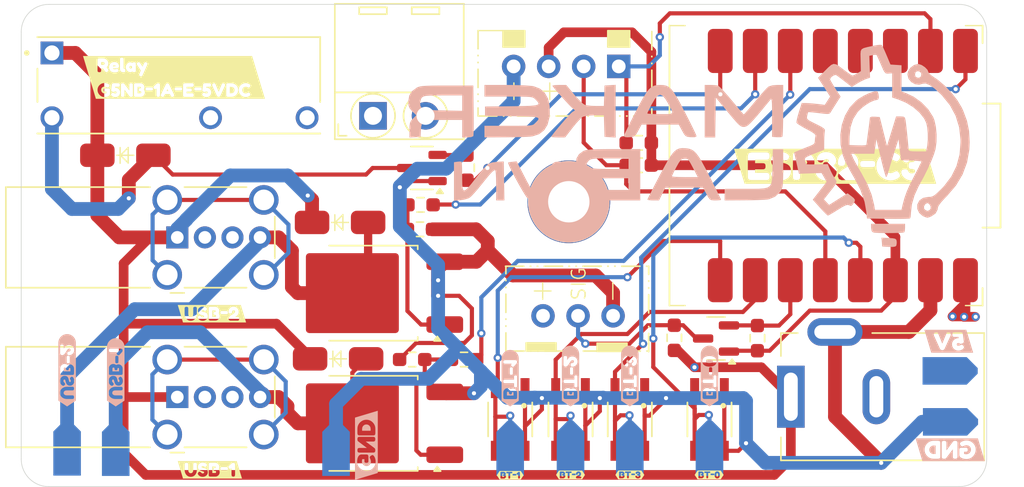
<source format=kicad_pcb>
(kicad_pcb (version 20240108) (generator "pcbnew") (generator_version "8.0")
  (layers (0 "F.Cu" signal) (31 "B.Cu" signal) (34 "B.Paste" user) (35 "F.Paste" user) (36 "B.SilkS" user "B.Silkscreen") (37 "F.SilkS" user "F.Silkscreen") (38 "B.Mask" user) (39 "F.Mask" user) (44 "Edge.Cuts" user))
  (net 0 "")
  (net 3 "GND")
  (net 4 "GPIO_10")
  (net 5 "GPIO_4")
  (net 6 "GPIO_21")
  (net 7 "GPIO_1")
  (net 8 "GPIO_0")
  (net 9 "GPIO_2")
  (net 10 "GPIO_20")
  (net 13 "Net-(D1-A)")
  (net 14 "Net-(D2-A)")
  (net 15 "Net-(D3-A)")
  (net 18 "GPIO_7")
  (net 19 "Net-(Q1-G)")
  (net 20 "Net-(Q2-G)")
  (net 21 "Net-(Q4-B)")
  (net 22 "3v3_Esp")
  (net 23 "Net-(J4-5V)")
  (net 24 "5v_power")
  (net 25 "Net-(SEAN_Mtiny_Terminal_3.81-Pin_2)")
  (net 26 "Net-(SEAN_Mtiny_Terminal_3.81-Pin_1)")
  (net 27 "GPIO_6-SCL")
  (net 29 "GPIO_3_SDA")
  (net 30 "GPIO_5")
  (net 31 "unconnected-(J1-Shield-Pad5)")
  (net 32 "unconnected-(J2-Shield-Pad5)")
  (footprint "Resistor_SMD:R_0603_1608Metric_Pad0.98x0.95mm_HandSolder" (layer "F.Cu") (at 166.375 104.225 90)
    (property "Reference" "R6" (hide yes))
    (property "Value" "10K")
  )
  (footprint "Resistor_SMD:R_0603_1608Metric_Pad0.98x0.95mm_HandSolder" (layer "F.Cu") (at 141.3455 105.775 180)
    (property "Reference" "R2" (hide yes))
    (property "Value" "10K" (hide yes))
  )
  (footprint "kibuzzard-66915DA6" (layer "F.Cu") (at 162.875 114.15)
    (property "Reference" "kibuzzard-66915DA6" (hide yes))
    (property "Value" "G***" (hide yes))
  )
  (footprint "Resistor_SMD:R_0603_1608Metric_Pad0.98x0.95mm_HandSolder" (layer "F.Cu") (at 141.9125 96.325)
    (property "Reference" "R1" (hide yes))
    (property "Value" "10K" (hide yes))
  )
  (footprint "SEAN_Relay:SEAN_RELAY_HF46F" (layer "F.Cu") (at 124.425 85.875)
    (property "Reference" "K1" (hide yes))
    (property "Value" "SEAN_Relay_G5NB" (hide yes))
  )
  (footprint "SEAN_Mtiny:SEAN_Mtiny_Terminal_3.81" (layer "F.Cu") (at 138.5044 88.0889)
    (property "Reference" "SEAN_Mtiny_Terminal_3.81" (hide yes))
    (property "Value" "SEAN_Mtiny_Terminal_3.81")
  )
  (footprint "SEAN_Device_sym:SEAN_Diode_1N4007" (layer "F.Cu") (at 135.975 105.725)
    (property "Reference" "D2" (hide yes))
    (property "Value" "SEAN_D")
  )
  (footprint "kibuzzard-66915CF0" (layer "F.Cu") (at 172.01 91.75)
    (property "Reference" "kibuzzard-66915CF0" (hide yes))
    (property "Value" "G***" (hide yes))
  )
  (footprint "kibuzzard-66915D9C" (layer "F.Cu") (at 152.825 114.15)
    (property "Reference" "kibuzzard-66915D9C" (hide yes))
    (property "Value" "G***" (hide yes))
  )
  (footprint "SEAN_Device_sym:SEAN_Diode_1N4007" (layer "F.Cu") (at 136.118 95.825)
    (property "Reference" "D1" (hide yes))
    (property "Value" "SEAN_D")
  )
  (footprint "SEAN_connect:SEAN_Neopixel" (layer "F.Cu") (at 148.2917 102.604 90)
    (property "Reference" "J4" (hide yes))
    (property "Value" "SEAN_Neopixel")
  )
  (footprint "SEAN_MountingHole:SEAN_MountingHole_3mm_isolated" (layer "F.Cu") (at 152.7 94.325)
    (property "Reference" "Hold_keep1" (hide yes))
    (property "Value" "MountingHole")
  )
  (footprint "kibuzzard-66915D2B" (layer "F.Cu") (at 126.825 102.45)
    (property "Reference" "kibuzzard-66915D2B" (hide yes))
    (property "Value" "G***" (hide yes))
  )
  (footprint "SEAN_Device_sym:SEAN_Button_4.2x3.3_SMD_V1" (layer "F.Cu") (at 148.45 110.125 -90)
    (property "Reference" "S1" (hide yes))
    (property "Value" "SEAN_Button_4.2x3.3_SMD_V1" (hide yes))
  )
  (footprint "SEAN_connect:SEAN_USB_A_90" (layer "F.Cu") (at 124.315 96.9125)
    (property "Reference" "J1" (hide yes))
    (property "Value" "SEAN_USB_A_90" (hide yes))
  )
  (footprint "SEAN_Mtiny:SEAN_Mtiny_I2C" (layer "F.Cu") (at 156.32 84.5015 -90)
    (property "Reference" "J5" (hide yes))
    (property "Value" "SEAN_MTINY_I2C")
  )
  (footprint "Package_TO_SOT_SMD:SOT-23-3" (layer "F.Cu") (at 142.05 91.875 180)
    (property "Reference" "Q4" (hide yes))
    (property "Value" "S8050")
  )
  (footprint "Resistor_SMD:R_0603_1608Metric_Pad0.98x0.95mm_HandSolder" (layer "F.Cu") (at 160.35 104.2 -90)
    (property "Reference" "R9" (hide yes))
    (property "Value" "10K")
  )
  (footprint "Connector_BarrelJack:BarrelJack_Kycon_KLDX-0202-xC_Horizontal" (layer "F.Cu") (at 168.8 108.475 180)
    (property "Reference" "J6" (hide yes))
    (property "Value" "Barrel_Jack_Switch_Pin3Ring")
  )
  (footprint "Resistor_SMD:R_0603_1608Metric_Pad0.98x0.95mm_HandSolder" (layer "F.Cu") (at 157.775 90.05)
    (property "Reference" "R11" (hide yes))
    (property "Value" "10K")
  )
  (footprint "SEAN_connect:SEAN_USB_A_90" (layer "F.Cu") (at 124.315 108.5)
    (property "Reference" "J2" (hide yes))
    (property "Value" "SEAN_USB_A_90" (hide yes))
  )
  (footprint "SEAN_MOSFET:SEAN_MOSFET_AOD4184" (layer "F.Cu") (at 138.438 110.4075)
    (property "Reference" "Q2" (hide yes))
    (property "Value" "SEAN_MOSFET_AOD4184" (hide yes))
  )
  (footprint "SEAN_Device_sym:SEAN_Diode_1N4007" (layer "F.Cu") (at 120.55 90.95)
    (property "Reference" "D3" (hide yes))
    (property "Value" "SEAN_D")
  )
  (footprint "kibuzzard-66915D1B" (layer "F.Cu") (at 126.675501 113.775)
    (property "Reference" "kibuzzard-66915D1B" (hide yes))
    (property "Value" "G***" (hide yes))
  )
  (footprint "SEAN_Device_sym:SEAN_Button_4.2x3.3_SMD_V1" (layer "F.Cu") (at 157.125 110.125 -90)
    (property "Reference" "S3" (hide yes))
    (property "Value" "SEAN_Button_4.2x3.3_SMD_V1" (hide yes))
  )
  (footprint "SEAN_ESP:SEAN_ESP32-C3_SUPERMINI" (layer "F.Cu") (at 172.57 91.7 -90)
    (property "Reference" "U1" (hide yes))
    (property "Value" "MODULE_ESP32-C3_SUPERMINI" (hide yes))
  )
  (footprint "Resistor_SMD:R_0603_1608Metric_Pad0.98x0.95mm_HandSolder" (layer "F.Cu") (at 141.95 94.55)
    (property "Reference" "R4" (hide yes))
    (property "Value" "100")
  )
  (footprint "kibuzzard-66915D7C" (layer "F.Cu") (at 148.45 114.175)
    (property "Reference" "kibuzzard-66915D7C" (hide yes))
    (property "Value" "G***" (hide yes))
  )
  (footprint "SEAN_Device_sym:SEAN_Button_4.2x3.3_SMD_V1" (layer "F.Cu") (at 162.9 110.125 -90)
    (property "Reference" "S4" (hide yes))
    (property "Value" "SEAN_Button_4.2x3.3_SMD_V1" (hide yes))
  )
  (footprint "SEAN_MOSFET:SEAN_MOSFET_AOD4184" (layer "F.Cu") (at 138.438 100.9575)
    (property "Reference" "Q1" (hide yes))
    (property "Value" "SEAN_MOSFET_AOD4184" (hide yes))
  )
  (footprint "kibuzzard-66915CB6" (layer "F.Cu") (at 124.075 85.3)
    (property "Reference" "kibuzzard-66915CB6" (hide yes))
    (property "Value" "G***" (hide yes))
  )
  (footprint "SEAN_MOSFET:SEAN_MOSFET_bss138" (layer "F.Cu") (at 163.375 104.25 180)
    (property "Reference" "Q5" (hide yes))
    (property "Value" "SEAN_MOSFET_bss138")
  )
  (footprint "Resistor_SMD:R_0603_1608Metric_Pad0.98x0.95mm_HandSolder" (layer "F.Cu") (at 157.775 91.675)
    (property "Reference" "R7" (hide yes))
    (property "Value" "10K")
  )
  (footprint "SEAN_Device_sym:SEAN_Button_4.2x3.3_SMD_V1" (layer "F.Cu") (at 152.825 110.125 -90)
    (property "Reference" "S2" (hide yes))
    (property "Value" "SEAN_Button_4.2x3.3_SMD_V1" (hide yes))
  )
  (footprint "Resistor_SMD:R_0603_1608Metric_Pad0.98x0.95mm_HandSolder" (layer "F.Cu") (at 145.1055 105.775)
    (property "Reference" "R5" (hide yes))
    (property "Value" "100")
  )
  (footprint "kibuzzard-66915DA1" (layer "F.Cu") (at 157.125 114.15)
    (property "Reference" "kibuzzard-66915DA1" (hide yes))
    (property "Value" "G***" (hide yes))
  )
  (footprint "Resistor_SMD:R_0603_1608Metric_Pad0.98x0.95mm_HandSolder" (layer "F.Cu") (at 145.325 91.85 90)
    (property "Reference" "R3" (hide yes))
    (property "Value" "4.7K" (hide yes))
  )
  (footprint "kibuzzard-66915B77" (layer "B.Cu") (at 180.25 104.45 180)
    (property "Reference" "kibuzzard-66915B77" (hide yes))
    (property "Value" "G***" (hide yes))
  )
  (footprint "SEAN_connect:SEAN_Hand_Solderring" (layer "B.Cu") (at 180.35 106.6 180)
    (property "Reference" "U5" (hide yes))
    (property "Value" "~" (hide yes))
  )
  (footprint "SEAN_connect:SEAN_Hand_Solderring" (layer "B.Cu") (at 157.125 112.225 -90)
    (property "Reference" "U4" (hide yes))
    (property "Value" "~" (hide yes))
  )
  (footprint "kibuzzard-66915B67" (layer "B.Cu") (at 138.025 112 90)
    (property "Reference" "kibuzzard-66915B67" (hide yes))
    (property "Value" "G***" (hide yes))
  )
  (footprint "SEAN_connect:SEAN_Hand_Solderring" (layer "B.Cu") (at 162.9 112.225 -90)
    (property "Reference" "U2" (hide yes))
    (property "Value" "~")
  )
  (footprint "SEAN_connect:SEAN_Hand_Solderring" (layer "B.Cu") (at 148.45 112.225 -90)
    (property "Reference" "U6" (hide yes))
    (property "Value" "~" (hide yes))
  )
  (footprint "SEAN_connect:SEAN_Hand_Solderring" (layer "B.Cu") (at 119.85 112.225 -90)
    (property "Reference" "U9" (hide yes))
    (property "Value" "~" (hide yes))
  )
  (footprint "kibuzzard-66915B67" (layer "B.Cu") (at 180.35 112.325 180)
    (property "Reference" "kibuzzard-66915B67" (hide yes))
    (property "Value" "G***" (hide yes))
  )
  (footprint "kibuzzard-66915BCA" (layer "B.Cu") (at 119.85 106.70521 90)
    (property "Reference" "kibuzzard-66915BCA" (hide yes))
    (property "Value" "G***" (hide yes))
  )
  (footprint "SEAN_connect:SEAN_Hand_Solderring" (layer "B.Cu") (at 152.825 112.225 -90)
    (property "Reference" "U7" (hide yes))
    (property "Value" "~" (hide yes))
  )
  (footprint "kibuzzard-66915A1E" (layer "B.Cu") (at 148.45 107.130699 90)
    (property "Reference" "kibuzzard-66915A1E" (hide yes))
    (property "Value" "G***" (hide yes))
  )
  (footprint "SEAN_connect:SEAN_Hand_Solderring" (layer "B.Cu") (at 180.375 110.3 180)
    (property "Reference" "U8" (hide yes))
    (property "Value" "~" (hide yes))
  )
  (footprint "SEAN_connect:SEAN_Hand_Solderring" (layer "B.Cu") (at 135.825 112.225 -90)
    (property "Reference" "U3" (hide yes))
    (property "Value" "~")
  )
  (footprint "SEAN_GRAPHICS:Logo_MakerLab.vn" (layer "B.Cu") (at 161.45 90.25 180)
    (property "Reference" "G***" (hide yes))
    (property "Value" "LOGO" (hide yes))
  )
  (footprint "kibuzzard-66915A71" (layer "B.Cu") (at 162.9 106.975 90)
    (property "Reference" "kibuzzard-66915A71" (hide yes))
    (property "Value" "G***" (hide yes))
  )
  (footprint "SEAN_connect:SEAN_Hand_Solderring" (layer "B.Cu") (at 116.325 112.2 -90)
    (property "Reference" "U10" (hide yes))
    (property "Value" "~" (hide yes))
  )
  (footprint "kibuzzard-66915BD3" (layer "B.Cu") (at 116.325 106.555711 90)
    (property "Reference" "kibuzzard-66915BD3" (hide yes))
    (property "Value" "G***" (hide yes))
  )
  (footprint "kibuzzard-66915A63" (layer "B.Cu") (at 152.825 106.975835 90)
    (property "Reference" "kibuzzard-66915A63" (hide yes))
    (property "Value" "G***" (hide yes))
  )
  (footprint "kibuzzard-66915A6A" (layer "B.Cu") (at 157.125 106.975596 90)
    (property "Reference" "kibuzzard-66915A6A" (hide yes))
    (property "Value" "G***" (hide yes))
  )
  (gr_arc (start 183 113) (mid 182.414214 114.414214) (end 181 115) (stroke (width 0.05)) (layer "Edge.Cuts"))
  (gr_arc (start 113 82) (mid 113.585786 80.585786) (end 115 80) (stroke (width 0.05)) (layer "Edge.Cuts"))
  (gr_arc (start 181 80) (mid 182.414214 80.585786) (end 183 82) (stroke (width 0.05)) (layer "Edge.Cuts"))
  (gr_line (start 181 115) (end 115 115) (stroke (width 0.05)) (layer "Edge.Cuts"))
  (gr_arc (start 115 115) (mid 113.585786 114.414214) (end 113 113) (stroke (width 0.05)) (layer "Edge.Cuts"))
  (gr_line (start 183 82) (end 183 113) (stroke (width 0.05)) (layer "Edge.Cuts"))
  (gr_line (start 113 113) (end 113 82) (stroke (width 0.05)) (layer "Edge.Cuts"))
  (gr_line (start 115 80) (end 181 80) (stroke (width 0.05)) (layer "Edge.Cuts"))
  (segment (start 143.1875 92.825) (end 140.9 92.825) (width 0.3) (layer "F.Cu") (net 3))
  (segment (start 142.825 96.325) (end 145.975 96.325) (width 1) (layer "F.Cu") (net 3))
  (segment (start 143.225 99.1605) (end 143.708 98.6775) (width 1) (layer "F.Cu") (net 3))
  (segment (start 145.125 104.575) (end 145.675 104.025) (width 0.3) (layer "F.Cu") (net 3))
  (segment (start 141.633 104.575) (end 145.125 104.575) (width 0.3) (layer "F.Cu") (net 3))
  (segment (start 145.675 102.075) (end 144.75 101.15) (width 0.3) (layer "F.Cu") (net 3))
  (segment (start 140.9 92.825) (end 140.45 93.275) (width 0.3) (layer "F.Cu") (net 3))
  (segment (start 150.75 109.4) (end 150.75 108.6) (width 0.3) (layer "F.Cu") (net 3))
  (segment (start 146.825 97.175) (end 146.825 97.85) (width 1) (layer "F.Cu") (net 3))
  (segment (start 145.9975 98.6775) (end 143.708 98.6775) (width 1) (layer "F.Cu") (net 3))
  (segment (start 177.35 103.775) (end 172 103.775) (width 1) (layer "F.Cu") (net 3))
  (segment (start 153.9 107.85) (end 153.9 110.575) (width 0.3) (layer "F.Cu") (net 3))
  (segment (start 143.225 101.15) (end 143.225 100.025) (width 1) (layer "F.Cu") (net 3))
  (segment (start 163.975 112.4) (end 165 112.4) (width 0.3) (layer "F.Cu") (net 3))
  (segment (start 145.675 104.025) (end 145.675 102.075) (width 0.3) (layer "F.Cu") (net 3))
  (segment (start 172 103.775) (end 172 109.924988) (width 1) (layer "F.Cu") (net 3))
  (segment (start 143.8055 108.225) (end 143.708 108.1275) (width 1) (layer "F.Cu") (net 3))
  (segment (start 165 112.4) (end 165.55 111.85) (width 0.3) (layer "F.Cu") (net 3))
  (segment (start 158.550002 109.85) (end 159.750002 108.65) (width 0.3) (layer "F.Cu") (net 3))
  (segment (start 158.2 109.85) (end 158.550002 109.85) (width 0.3) (layer "F.Cu") (net 3))
  (segment (start 149.525 110.625) (end 150.75 109.4) (width 0.3) (layer "F.Cu") (net 3))
  (segment (start 158.2 107.85) (end 158.2 109.85) (width 0.3) (layer "F.Cu") (net 3))
  (segment (start 154.65 99.675) (end 155.9117 100.9367) (width 1) (layer "F.Cu") (net 3))
  (segment (start 145.975 96.325) (end 146.825 97.175) (width 1) (layer "F.Cu") (net 3))
  (segment (start 148.65 99.675) (end 154.65 99.675) (width 1) (layer "F.Cu") (net 3))
  (segment (start 153.9 110.575) (end 154.95 109.525) (width 0.3) (layer "F.Cu") (net 3))
  (segment (start 153.9 110.575) (end 153.9 112.4) (width 0.3) (layer "F.Cu") (net 3))
  (segment (start 178.92 99.32) (end 178.92 102.205) (width 1) (layer "F.Cu") (net 3))
  (segment (start 146.825 97.85) (end 145.9975 98.6775) (width 1) (layer "F.Cu") (net 3))
  (segment (start 143.225 100.025) (end 143.225 99.1605) (width 1) (layer "F.Cu") (net 3))
  (segment (start 149.525 110.625) (end 149.525 112.4) (width 0.3) (layer "F.Cu") (net 3))
  (segment (start 154.95 109.525) (end 154.95 108.575) (width 0.3) (layer "F.Cu") (net 3))
  (segment (start 178.92 102.205) (end 177.35 103.775) (width 1) (layer "F.Cu") (net 3))
  (segment (start 145.825 108.225) (end 143.8055 108.225) (width 1) (layer "F.Cu") (net 3))
  (segment (start 158.2 109.85) (end 158.2 112.4) (width 0.3) (layer "F.Cu") (net 3))
  (segment (start 155.9117 100.9367) (end 155.9117 102.604) (width 1) (layer "F.Cu") (net 3))
  (segment (start 144.75 101.15) (end 143.225 101.15) (width 0.3) (layer "F.Cu") (net 3))
  (segment (start 146.825 97.85) (end 148.65 99.675) (width 1) (layer "F.Cu") (net 3))
  (segment (start 149.525 107.85) (end 149.525 110.625) (width 0.3) (layer "F.Cu") (net 3))
  (segment (start 140.433 105.775) (end 141.633 104.575) (width 0.3) (layer "F.Cu") (net 3))
  (segment (start 163.975 107.85) (end 163.975 112.4) (width 0.3) (layer "F.Cu") (net 3))
  (segment (start 172 109.924988) (end 175.350012 113.275) (width 1) (layer "F.Cu") (net 3))
  (via (at 159.750002 108.575) (size 0.6) (drill 0.3) (layers "F.Cu" "B.Cu") (net 3))
  (via (at 150.75 108.575) (size 0.6) (drill 0.3) (layers "F.Cu" "B.Cu") (net 3))
  (via (at 165.55 111.85) (size 0.6) (drill 0.3) (layers "F.Cu" "B.Cu") (net 3))
  (via (at 175.350012 113.275) (size 0.6) (drill 0.3) (layers "F.Cu" "B.Cu") (net 3))
  (via (at 143.225 101.15) (size 0.6) (drill 0.3) (layers "F.Cu" "B.Cu") (net 3))
  (via (at 140.45 93.275) (size 0.6) (drill 0.3) (layers "F.Cu" "B.Cu") (net 3))
  (via (at 154.95 108.575) (size 0.6) (drill 0.3) (layers "F.Cu" "B.Cu") (net 3))
  (via (at 143.225 100.025) (size 0.6) (drill 0.3) (layers "F.Cu" "B.Cu") (net 3))
  (via (at 145.825 108.225) (size 0.6) (drill 0.3) (layers "F.Cu" "B.Cu") (net 3))
  (segment (start 137.65 107.175) (end 135.825 109) (width 1) (layer "B.Cu") (net 3))
  (segment (start 165.55 108.775) (end 165.35 108.575) (width 1) (layer "B.Cu") (net 3))
  (segment (start 140.45 96.125) (end 140.45 93.275) (width 1) (layer "B.Cu") (net 3))
  (segment (start 143.8 91.925) (end 141.725 91.925) (width 1) (layer "B.Cu") (net 3))
  (segment (start 155.225 108.575) (end 159.374999 108.575001) (width 1) (layer "B.Cu") (net 3))
  (segment (start 159.374999 108.575001) (end 159.675003 108.575001) (width 0.3) (layer "B.Cu") (net 3))
  (segment (start 150.174998 108.55) (end 150.224999 108.600001) (width 1) (layer "B.Cu") (net 3))
  (segment (start 178.325012 110.3) (end 175.350012 113.275) (width 1) (layer "B.Cu") (net 3))
  (segment (start 148.25 108.55) (end 150.174998 108.55) (width 1) (layer "B.Cu") (net 3))
  (segment (start 143.225 101.15) (end 143.225 98.9) (width 1) (layer "B.Cu") (net 3))
  (segment (start 141.725 91.925) (end 140.45 93.2) (width 1) (layer "B.Cu") (net 3))
  (segment (start 180.375 110.3) (end 178.325012 110.3) (width 1) (layer "B.Cu") (net 3))
  (segment (start 146.327 106.627) (end 146.327 107.723) (width 1) (layer "B.Cu") (net 3))
  (segment (start 143.225 98.9) (end 140.45 96.125) (width 1) (layer "B.Cu") (net 3))
  (segment (start 150.224999 108.600001) (end 150.749999 108.600001) (width 0.3) (layer "B.Cu") (net 3))
  (segment (start 155.225 108.575) (end 155.2 108.55) (width 1) (layer "B.Cu") (net 3))
  (segment (start 146.327 107.723) (end 145.825 108.225) (width 1) (layer "B.Cu") (net 3))
  (segment (start 150.749999 108.600001) (end 150.75 108.6) (width 0.3) (layer "B.Cu") (net 3))
  (segment (start 148.7 87.025) (end 143.8 91.925) (width 1) (layer "B.Cu") (net 3))
  (segment (start 166.975 113.275) (end 175.350012 113.275) (width 1) (layer "B.Cu") (net 3))
  (segment (start 135.825 109) (end 135.825 112.225) (width 1) (layer "B.Cu") (net 3))
  (segment (start 165.55 111.85) (end 165.55 108.775) (width 1) (layer "B.Cu") (net 3))
  (segment (start 140.45 93.2) (end 140.45 93.275) (width 1) (layer "B.Cu") (net 3))
  (segment (start 146.327 106.627) (end 143.225 103.525) (width 1) (layer "B.Cu") (net 3))
  (segment (start 146.327 106.627) (end 148.25 108.55) (width 1) (layer "B.Cu") (net 3))
  (segment (start 165.55 111.85) (end 166.975 113.275) (width 1) (layer "B.Cu") (net 3))
  (segment (start 142.525 107.175) (end 137.65 107.175) (width 1) (layer "B.Cu") (net 3))
  (segment (start 144.7 105) (end 142.525 107.175) (width 1) (layer "B.Cu") (net 3))
  (segment (start 148.7 84.5015) (end 148.7 87.025) (width 1) (layer "B.Cu") (net 3))
  (segment (start 155.2 108.55) (end 150.275 108.55) (width 1) (layer "B.Cu") (net 3))
  (segment (start 150.275 108.55) (end 150.224999 108.600001) (width 1) (layer "B.Cu") (net 3))
  (segment (start 165.35 108.575) (end 159.374999 108.575001) (width 1) (layer "B.Cu") (net 3))
  (segment (start 143.225 103.525) (end 143.225 101.15) (width 1) (layer "B.Cu") (net 3))
  (segment (start 159.675003 108.575001) (end 159.750002 108.65) (width 0.3) (layer "B.Cu") (net 3))
  (segment (start 155.225 108.575) (end 154.95 108.575) (width 0.3) (layer "B.Cu") (net 3))
  (segment (start 146.358332 105.434668) (end 146.358332 103.873148) (width 0.3) (layer "F.Cu") (net 4))
  (segment (start 146.018 105.775) (end 146.358332 105.434668) (width 0.3) (layer "F.Cu") (net 4))
  (segment (start 168.76 84.08) (end 168.76 86.539988) (width 0.3) (layer "F.Cu") (net 4))
  (segment (start 168.76 86.539988) (end 168.749997 86.549991) (width 0.3) (layer "F.Cu") (net 4))
  (via (at 168.749997 86.549991) (size 0.6) (drill 0.3) (layers "F.Cu" "B.Cu") (net 4))
  (via (at 146.358332 103.873148) (size 0.6) (drill 0.3) (layers "F.Cu" "B.Cu") (net 4))
  (segment (start 146.358332 103.873148) (end 146.358332 101.259561) (width 0.3) (layer "B.Cu") (net 4))
  (segment (start 146.358332 101.259561) (end 149.001225 98.616668) (width 0.3) (layer "B.Cu") (net 4))
  (segment (start 156.68332 98.616668) (end 168.749997 86.549991) (width 0.3) (layer "B.Cu") (net 4))
  (segment (start 149.001225 98.616668) (end 156.68332 98.616668) (width 0.3) (layer "B.Cu") (net 4))
  (segment (start 173.55 97.3) (end 173 97.3) (width 0.3) (layer "F.Cu") (net 5))
  (segment (start 158.825 104.25) (end 158.825 106.325) (width 0.3) (layer "F.Cu") (net 5))
  (segment (start 161.825 109.325) (end 161.825 109.75) (width 0.3) (layer "F.Cu") (net 5))
  (segment (start 161.825 110.1) (end 162.125002 109.799998) (width 0.3) (layer "F.Cu") (net 5))
  (segment (start 161.825 109.75) (end 161.825 110.1) (width 0.3) (layer "F.Cu") (net 5))
  (segment (start 173.84 97.59) (end 173.55 97.3) (width 0.3) (layer "F.Cu") (net 5))
  (segment (start 173.84 99.32) (end 173.84 97.59) (width 0.3) (layer "F.Cu") (net 5))
  (segment (start 161.825 110.1) (end 161.825 112.4) (width 0.3) (layer "F.Cu") (net 5))
  (segment (start 162.125002 109.799998) (end 162.85 109.799998) (width 0.3) (layer "F.Cu") (net 5))
  (segment (start 158.825 106.325) (end 161.825 109.325) (width 0.3) (layer "F.Cu") (net 5))
  (segment (start 161.825 107.85) (end 161.825 109.75) (width 0.3) (layer "F.Cu") (net 5))
  (via (at 158.825 104.25) (size 0.6) (drill 0.3) (layers "F.Cu" "B.Cu") (net 5))
  (via (at 173 97.3) (size 0.6) (drill 0.3) (layers "F.Cu" "B.Cu") (net 5))
  (via (at 162.85 109.799998) (size 0.6) (drill 0.3) (layers "F.Cu" "B.Cu") (net 5))
  (segment (start 173 97.3) (end 172.623 96.923) (width 0.3) (layer "B.Cu") (net 5))
  (segment (start 162.9 109.849998) (end 162.85 109.799998) (width 0.3) (layer "B.Cu") (net 5))
  (segment (start 162.9 112.225) (end 162.9 109.849998) (width 0.3) (layer "B.Cu") (net 5))
  (segment (start 172.623 96.923) (end 160.102 96.923) (width 0.3) (layer "B.Cu") (net 5))
  (segment (start 158.825 98.2) (end 158.825 104.25) (width 0.3) (layer "B.Cu") (net 5))
  (segment (start 160.102 96.923) (end 158.825 98.2) (width 0.3) (layer "B.Cu") (net 5))
  (segment (start 163.68 86.355) (end 163.7 86.375) (width 0.3) (layer "F.Cu") (net 6))
  (segment (start 163.68 84.08) (end 163.68 86.355) (width 0.3) (layer "F.Cu") (net 6))
  (segment (start 145.325 92.7625) (end 145.9125 92.7625) (width 0.3) (layer "F.Cu") (net 6))
  (segment (start 145.9125 92.7625) (end 146.8 91.875) (width 0.3) (layer "F.Cu") (net 6))
  (via (at 163.690004 86.525) (size 0.6) (drill 0.3) (layers "F.Cu" "B.Cu") (net 6))
  (via (at 146.8 91.875) (size 0.6) (drill 0.3) (layers "F.Cu" "B.Cu") (net 6))
  (segment (start 152.15 86.525) (end 163.690004 86.525) (width 0.3) (layer "B.Cu") (net 6))
  (segment (start 146.8 91.875) (end 152.15 86.525) (width 0.3) (layer "B.Cu") (net 6))
  (segment (start 166.22 101.43) (end 165.325 102.325) (width 0.3) (layer "F.Cu") (net 7))
  (segment (start 156.95 103.925) (end 153.61005 103.925) (width 0.3) (layer "F.Cu") (net 7))
  (segment (start 152.575 110.1) (end 152.825 109.85) (width 0.3) (layer "F.Cu") (net 7))
  (segment (start 151.75 110.1) (end 152.575 110.1) (width 0.3) (layer "F.Cu") (net 7))
  (segment (start 151.75 105.78505) (end 151.75 107.85) (width 0.3) (layer "F.Cu") (net 7))
  (segment (start 166.22 99.32) (end 166.22 101.43) (width 0.3) (layer "F.Cu") (net 7))
  (segment (start 153.61005 103.925) (end 151.75 105.78505) (width 0.3) (layer "F.Cu") (net 7))
  (segment (start 165.325 102.325) (end 158.55 102.325) (width 0.3) (layer "F.Cu") (net 7))
  (segment (start 158.55 102.325) (end 156.95 103.925) (width 0.3) (layer "F.Cu") (net 7))
  (segment (start 151.75 107.85) (end 151.75 110.1) (width 0.3) (layer "F.Cu") (net 7))
  (segment (start 151.75 110.1) (end 151.75 112.4) (width 0.3) (layer "F.Cu") (net 7))
  (via (at 152.825 109.85) (size 0.6) (drill 0.3) (layers "F.Cu" "B.Cu") (net 7))
  (segment (start 152.825 112.225) (end 152.825 109.85) (width 0.3) (layer "B.Cu") (net 7))
  (segment (start 163.675 99.315) (end 163.675 97.175) (width 0.3) (layer "F.Cu") (net 8))
  (segment (start 147.375 107.85) (end 147.375 109.925) (width 0.3) (layer "F.Cu") (net 8))
  (segment (start 147.55 105.65) (end 147.55 107.675) (width 0.3) (layer "F.Cu") (net 8))
  (segment (start 163.68 99.32) (end 163.675 99.315) (width 0.3) (layer "F.Cu") (net 8))
  (segment (start 147.375 109.925) (end 147.375 112.4) (width 0.3) (layer "F.Cu") (net 8))
  (segment (start 148.375 109.925) (end 148.45 109.85) (width 0.3) (layer "F.Cu") (net 8))
  (segment (start 147.55 107.675) (end 147.375 107.85) (width 0.3) (layer "F.Cu") (net 8))
  (segment (start 163.675 97.175) (end 159.575 97.175) (width 0.3) (layer "F.Cu") (net 8))
  (segment (start 159.575 97.175) (end 156.95 99.8) (width 0.3) (layer "F.Cu") (net 8))
  (segment (start 147.375 109.925) (end 148.375 109.925) (width 0.3) (layer "F.Cu") (net 8))
  (via (at 148.45 109.85) (size 0.6) (drill 0.3) (layers "F.Cu" "B.Cu") (net 8))
  (via (at 156.95 99.8) (size 0.6) (drill 0.3) (layers "F.Cu" "B.Cu") (net 8))
  (via (at 147.55 105.65) (size 0.6) (drill 0.3) (layers "F.Cu" "B.Cu") (net 8))
  (segment (start 147.55 100.775) (end 147.55 105.65) (width 0.3) (layer "B.Cu") (net 8))
  (segment (start 148.45 112.225) (end 148.45 109.85) (width 0.3) (layer "B.Cu") (net 8))
  (segment (start 148.525 99.8) (end 147.55 100.775) (width 0.3) (layer "B.Cu") (net 8))
  (segment (start 156.95 99.8) (end 148.525 99.8) (width 0.3) (layer "B.Cu") (net 8))
  (segment (start 166.3625 103.3) (end 164.3125 103.3) (width 0.3) (layer "F.Cu") (net 9))
  (segment (start 167.9375 103.3125) (end 166.375 103.3125) (width 0.3) (layer "F.Cu") (net 9))
  (segment (start 168.76 99.32) (end 168.76 102.49) (width 0.3) (layer "F.Cu") (net 9))
  (segment (start 168.76 102.49) (end 167.9375 103.3125) (width 0.3) (layer "F.Cu") (net 9))
  (segment (start 166.375 103.3125) (end 166.3625 103.3) (width 0.3) (layer "F.Cu") (net 9))
  (segment (start 166.215009 84.084991) (end 166.215009 86.524995) (width 0.3) (layer "F.Cu") (net 10))
  (segment (start 144.5 94.525) (end 142.8875 94.525) (width 0.3) (layer "F.Cu") (net 10))
  (segment (start 166.22 84.08) (end 166.215009 84.084991) (width 0.3) (layer "F.Cu") (net 10))
  (segment (start 142.8875 94.525) (end 142.8625 94.55) (width 0.3) (layer "F.Cu") (net 10))
  (via (at 144.5 94.525) (size 0.6) (drill 0.3) (layers "F.Cu" "B.Cu") (net 10))
  (via (at 166.215009 86.524995) (size 0.6) (drill 0.3) (layers "F.Cu" "B.Cu") (net 10))
  (segment (start 165.190004 87.55) (end 166.215009 86.524995) (width 0.3) (layer "B.Cu") (net 10))
  (segment (start 146.275 94.525) (end 153.25 87.55) (width 0.3) (layer "B.Cu") (net 10))
  (segment (start 153.25 87.55) (end 165.190004 87.55) (width 0.3) (layer "B.Cu") (net 10))
  (segment (start 144.5 94.525) (end 146.275 94.525) (width 0.3) (layer "B.Cu") (net 10))
  (segment (start 138.15 95.825) (end 138.15 99.8155) (width 0.6) (layer "F.Cu") (net 13))
  (segment (start 132.625 97.875) (end 132.625 100.525) (width 1) (layer "F.Cu") (net 13))
  (segment (start 133.0575 100.9575) (end 137.008 100.9575) (width 1) (layer "F.Cu") (net 13))
  (segment (start 132.625 100.525) (end 133.0575 100.9575) (width 1) (layer "F.Cu") (net 13))
  (segment (start 130.315 96.9125) (end 131.6625 96.9125) (width 1) (layer "F.Cu") (net 13))
  (segment (start 138.15 99.8155) (end 137.008 100.9575) (width 0.6) (layer "F.Cu") (net 13))
  (segment (start 131.6625 96.9125) (end 132.625 97.875) (width 1) (layer "F.Cu") (net 13))
  (segment (start 121.225 102.125) (end 116.325 107.025) (width 1) (layer "B.Cu") (net 13))
  (segment (start 116.325 107.025) (end 116.325 112.2) (width 1) (layer "B.Cu") (net 13))
  (segment (start 130.315 96.9125) (end 130.315 97.185) (width 1) (layer "B.Cu") (net 13))
  (segment (start 125.375 102.125) (end 121.225 102.125) (width 1) (layer "B.Cu") (net 13))
  (segment (start 130.315 97.185) (end 125.375 102.125) (width 1) (layer "B.Cu") (net 13))
  (segment (start 138.007 105.725) (end 137.008 106.724) (width 0.3) (layer "F.Cu") (net 14))
  (segment (start 130.315 108.5) (end 131.65 108.5) (width 1) (layer "F.Cu") (net 14))
  (segment (start 132.3 109.15) (end 132.3 109.64) (width 1) (layer "F.Cu") (net 14))
  (segment (start 132.3 109.64) (end 133.0675 110.4075) (width 1) (layer "F.Cu") (net 14))
  (segment (start 131.65 108.5) (end 132.3 109.15) (width 1) (layer "F.Cu") (net 14))
  (segment (start 133.0675 110.4075) (end 137.008 110.4075) (width 1) (layer "F.Cu") (net 14))
  (segment (start 137.008 106.724) (end 137.008 110.4075) (width 0.3) (layer "F.Cu") (net 14))
  (segment (start 125.975 103.8) (end 122.15 103.8) (width 1) (layer "B.Cu") (net 14))
  (segment (start 130.315 108.5) (end 130.315 108.14) (width 1) (layer "B.Cu") (net 14))
  (segment (start 119.85 106.1) (end 119.85 112.225) (width 1) (layer "B.Cu") (net 14))
  (segment (start 130.315 108.14) (end 125.975 103.8) (width 1) (layer "B.Cu") (net 14))
  (segment (start 122.15 103.8) (end 119.85 106.1) (width 1) (layer "B.Cu") (net 14))
  (segment (start 138 92.35) (end 123.982 92.35) (width 0.3) (layer "F.Cu") (net 15))
  (segment (start 140.8375 91.95) (end 140.9125 91.875) (width 0.3) (layer "F.Cu") (net 15))
  (segment (start 138.475 91.875) (end 138 92.35) (width 0.3) (layer "F.Cu") (net 15))
  (segment (start 140.9125 91.875) (end 138.475 91.875) (width 0.3) (layer "F.Cu") (net 15))
  (segment (start 123.982 92.35) (end 122.582 90.95) (width 0.3) (layer "F.Cu") (net 15))
  (segment (start 120.8 92.732) (end 122.582 90.95) (width 1) (layer "F.Cu") (net 15))
  (segment (start 120.8 94.075) (end 120.8 92.732) (width 1) (layer "F.Cu") (net 15))
  (via (at 120.8 94.075) (size 0.6) (drill 0.3) (layers "F.Cu" "B.Cu") (net 15))
  (segment (start 115.225 93.4) (end 116.675 94.85) (width 1) (layer "B.Cu") (net 15))
  (segment (start 115.225 88.225) (end 115.225 93.4) (width 1) (layer "B.Cu") (net 15))
  (segment (start 116.675 94.85) (end 120.025 94.85) (width 1) (layer "B.Cu") (net 15))
  (segment (start 120.025 94.85) (end 120.8 94.075) (width 1) (layer "B.Cu") (net 15))
  (segment (start 141.9875 103.2375) (end 143.708 103.2375) (width 0.3) (layer "F.Cu") (net 19))
  (segment (start 141 96.325) (end 141 94.5875) (width 0.3) (layer "F.Cu") (net 19))
  (segment (start 141 102.25) (end 141.9875 103.2375) (width 0.3) (layer "F.Cu") (net 19))
  (segment (start 141 96.325) (end 141 102.25) (width 0.3) (layer "F.Cu") (net 19))
  (segment (start 141 94.5875) (end 141.0375 94.55) (width 0.3) (layer "F.Cu") (net 19))
  (segment (start 143.708 112.6875) (end 141.9625 112.6875) (width 0.3) (layer "F.Cu") (net 20))
  (segment (start 141.65 107.325) (end 142.258 106.717) (width 0.3) (layer "F.Cu") (net 20))
  (segment (start 144.193 105.775) (end 142.258 105.775) (width 0.3) (layer "F.Cu") (net 20))
  (segment (start 141.9625 112.6875) (end 141.65 112.375) (width 0.3) (layer "F.Cu") (net 20))
  (segment (start 142.258 106.717) (end 142.258 105.775) (width 0.3) (layer "F.Cu") (net 20))
  (segment (start 141.65 112.375) (end 141.65 107.325) (width 0.3) (layer "F.Cu") (net 20))
  (segment (start 143.2 90.9375) (end 143.1875 90.925) (width 0.3) (layer "F.Cu") (net 21))
  (segment (start 145.325 90.9375) (end 143.2 90.9375) (width 0.3) (layer "F.Cu") (net 21))
  (segment (start 161.7 91.675) (end 158.6875 91.675) (width 0.7) (layer "F.Cu") (net 22))
  (segment (start 170.175 102.225) (end 175.35 102.225) (width 0.3) (layer "F.Cu") (net 22))
  (segment (start 175.35 102.225) (end 176.38 101.195) (width 0.3) (layer "F.Cu") (net 22))
  (segment (start 151.24 84.5015) (end 151.24 83.135) (width 0.7) (layer "F.Cu") (net 22))
  (segment (start 157.275 82.025) (end 158.6875 83.4375) (width 0.7) (layer "F.Cu") (net 22))
  (segment (start 176.38 96.88) (end 171.175 91.675) (width 0.7) (layer "F.Cu") (net 22))
  (segment (start 152.35 82.025) (end 157.275 82.025) (width 0.7) (layer "F.Cu") (net 22))
  (segment (start 167.2625 105.1375) (end 170.175 102.225) (width 0.3) (layer "F.Cu") (net 22))
  (segment (start 158.6875 83.4375) (end 158.6875 91.675) (width 0.7) (layer "F.Cu") (net 22))
  (segment (start 176.38 101.195) (end 176.38 99.32) (width 0.3) (layer "F.Cu") (net 22))
  (segment (start 166.375 105.1375) (end 164.375 105.1375) (width 0.3) (layer "F.Cu") (net 22))
  (segment (start 164.375 105.1375) (end 164.3125 105.2) (width 0.3) (layer "F.Cu") (net 22))
  (segment (start 176.38 99.32) (end 176.38 96.88) (width 0.7) (layer "F.Cu") (net 22))
  (segment (start 158.6875 91.675) (end 158.6875 90.05) (width 0.3) (layer "F.Cu") (net 22))
  (segment (start 151.24 83.135) (end 152.35 82.025) (width 0.7) (layer "F.Cu") (net 22))
  (segment (start 166.375 105.1375) (end 167.2625 105.1375) (width 0.3) (layer "F.Cu") (net 22))
  (segment (start 171.175 91.675) (end 161.7 91.675) (width 0.7) (layer "F.Cu") (net 22))
  (segment (start 157.1 104.625) (end 153.9 104.625) (width 0.3) (layer "F.Cu") (net 23))
  (segment (start 158.4375 103.2875) (end 157.1 104.625) (width 0.3) (layer "F.Cu") (net 23))
  (segment (start 160.35 103.2875) (end 160.9875 103.2875) (width 0.3) (layer "F.Cu") (net 23))
  (segment (start 160.35 103.2875) (end 158.4375 103.2875) (width 0.3) (layer "F.Cu") (net 23))
  (segment (start 161.95 104.25) (end 162.4375 104.25) (width 0.3) (layer "F.Cu") (net 23))
  (segment (start 160.9875 103.2875) (end 161.95 104.25) (width 0.3) (layer "F.Cu") (net 23))
  (via (at 153.9 104.625) (size 0.6) (drill 0.3) (layers "F.Cu" "B.Cu") (net 23))
  (segment (start 153.3717 102.604) (end 153.3717 104.0967) (width 0.3) (layer "B.Cu") (net 23))
  (segment (start 153.3717 104.0967) (end 153.9 104.625) (width 0.3) (layer "B.Cu") (net 23))
  (segment (start 181.46 99.32) (end 181.46 102.5775) (width 0.7) (layer "F.Cu") (net 24))
  (segment (start 120.425 108.65) (end 120.425 103.225) (width 0.7) (layer "F.Cu") (net 24))
  (segment (start 181.3625 102.675) (end 182.15 102.675) (width 0.7) (layer "F.Cu") (net 24))
  (segment (start 120.475 103.175) (end 120.425 103.225) (width 0.7) (layer "F.Cu") (net 24))
  (segment (start 124.315 96.9125) (end 124.315001 96.912499) (width 0.7) (layer "F.Cu") (net 24))
  (segment (start 168.8 112.95) (end 167.6 114.15) (width 0.7) (layer "F.Cu") (net 24))
  (segment (start 115.225 83.525) (end 116.918 83.525) (width 1) (layer "F.Cu") (net 24))
  (segment (start 168.8 108.475) (end 166.6625 106.3375) (width 0.7) (layer "F.Cu") (net 24))
  (segment (start 133.943 105.612) (end 131.506 103.175) (width 0.7) (layer "F.Cu") (net 24))
  (segment (start 116.918 83.525) (end 118.518 85.125) (width 1) (layer "F.Cu") (net 24))
  (segment (start 120.425 103.225) (end 120.425 98.8) (width 0.7) (layer "F.Cu") (net 24))
  (segment (start 181.3375 102.65) (end 181.3625 102.675) (width 0.7) (layer "F.Cu") (net 24))
  (segment (start 168.8 108.475) (end 168.8 112.95) (width 0.7) (layer "F.Cu") (net 24))
  (segment (start 166.6625 106.3375) (end 161.8125 106.3375) (width 0.7) (layer "F.Cu") (net 24))
  (segment (start 180.525 102.65) (end 181.3375 102.65) (width 0.7) (layer "F.Cu") (net 24))
  (segment (start 160.5875 105.1125) (end 161.8125 106.3375) (width 0.7) (layer "F.Cu") (net 24))
  (segment (start 118.518 90.95) (end 118.518 95.318) (width 1) (layer "F.Cu") (net 24))
  (segment (start 181.46 102.5775) (end 181.3625 102.675) (width 0.7) (layer "F.Cu") (net 24))
  (segment (start 160.35 105.1125) (end 160.5875 105.1125) (width 0.7) (layer "F.Cu") (net 24))
  (segment (start 122.025 114.15) (end 120.425 112.55) (width 0.7) (layer "F.Cu") (net 24))
  (segment (start 167.6 114.15) (end 122.025 114.15) (width 0.7) (layer "F.Cu") (net 24))
  (segment (start 120.575 108.5) (end 120.425 108.65) (width 0.7) (layer "F.Cu") (net 24))
  (segment (start 120.425 98.8) (end 122.312501 96.912499) (width 0.7) (layer "F.Cu") (net 24))
  (segment (start 181.46 99.32) (end 181.46 101.715) (width 0.7) (layer "F.Cu") (net 24))
  (segment (start 134.086 95.825) (end 134.086 94.186) (width 1) (layer "F.Cu") (net 24))
  (segment (start 124.315001 96.912499) (end 124.315002 96.912499) (width 0.7) (layer "F.Cu") (net 24))
  (segment (start 134.086 94.186) (end 133.775 93.875) (width 1) (layer "F.Cu") (net 24))
  (segment (start 133.943 105.725) (end 133.943 105.612) (width 0.7) (layer "F.Cu") (net 24))
  (segment (start 131.506 103.175) (end 120.475 103.175) (width 0.7) (layer "F.Cu") (net 24))
  (segment (start 120.112499 96.912499) (end 124.315002 96.912499) (width 1) (layer "F.Cu") (net 24))
  (segment (start 181.46 101.715) (end 180.525 102.65) (width 0.7) (layer "F.Cu") (net 24))
  (segment (start 122.312501 96.912499) (end 124.315002 96.912499) (width 0.7) (layer "F.Cu") (net 24))
  (segment (start 118.518 95.318) (end 120.112499 96.912499) (width 1) (layer "F.Cu") (net 24))
  (segment (start 124.315 108.5) (end 120.575 108.5) (width 0.7) (layer "F.Cu") (net 24))
  (segment (start 118.518 85.125) (end 118.518 90.95) (width 1) (layer "F.Cu") (net 24))
  (segment (start 120.425 112.55) (end 120.425 108.65) (width 0.7) (layer "F.Cu") (net 24))
  (via (at 133.775 93.875) (size 0.6) (drill 0.3) (layers "F.Cu" "B.Cu") (net 24))
  (via (at 182.2 102.675) (size 0.6) (drill 0.3) (layers "F.Cu" "B.Cu") (net 24))
  (via (at 180.525 102.65) (size 0.6) (drill 0.3) (layers "F.Cu" "B.Cu") (net 24))
  (via (at 161.8125 106.3375) (size 0.6) (drill 0.3) (layers "F.Cu" "B.Cu") (net 24))
  (via (at 181.3625 102.675) (size 0.6) (drill 0.3) (layers "F.Cu" "B.Cu") (net 24))
  (segment (start 124.315 96.285) (end 124.315 96.9125) (width 1) (layer "B.Cu") (net 24))
  (segment (start 124.975 95.6) (end 124.975 95.625) (width 1) (layer "B.Cu") (net 24))
  (segment (start 124.975 95.625) (end 124.315 96.285) (width 1) (layer "B.Cu") (net 24))
  (segment (start 133.775 93.875) (end 132.3175 92.4175) (width 1) (layer "B.Cu") (net 24))
  (segment (start 132.3175 92.4175) (end 128.1575 92.4175) (width 1) (layer "B.Cu") (net 24))
  (segment (start 128.1575 92.4175) (end 124.975 95.6) (width 1) (layer "B.Cu") (net 24))
  (segment (start 156.8625 90.05) (end 156.875 90.0375) (width 0.3) (layer "F.Cu") (net 27))
  (segment (start 156.875 85.0565) (end 156.32 84.5015) (width 0.3) (layer "F.Cu") (net 27))
  (segment (start 156.875 90.0375) (end 156.875 85.0565) (width 0.3) (layer "F.Cu") (net 27))
  (segment (start 160.025 80.65) (end 159.3 81.375) (width 0.3) (layer "F.Cu") (net 27))
  (segment (start 178.92 81.07) (end 178.5 80.65) (width 0.3) (layer "F.Cu") (net 27))
  (segment (start 178.92 84.08) (end 178.92 81.07) (width 0.3) (layer "F.Cu") (net 27))
  (segment (start 159.3 81.375) (end 159.3 82.375) (width 0.3) (layer "F.Cu") (net 27))
  (segment (start 178.5 80.65) (end 160.025 80.65) (width 0.3) (layer "F.Cu") (net 27))
  (via (at 159.3 82.375) (size 0.6) (drill 0.3) (layers "F.Cu" "B.Cu") (net 27))
  (segment (start 158.4985 84.5015) (end 156.32 84.5015) (width 0.3) (layer "B.Cu") (net 27))
  (segment (start 159.3 83.7) (end 158.4985 84.5015) (width 0.3) (layer "B.Cu") (net 27))
  (segment (start 159.3 82.375) (end 159.3 83.7) (width 0.3) (layer "B.Cu") (net 27))
  (segment (start 155.425 91.675) (end 156.8625 91.675) (width 0.3) (layer "F.Cu") (net 29))
  (segment (start 156.8625 93.0375) (end 156.8625 91.675) (width 0.3) (layer "F.Cu") (net 29))
  (segment (start 153.78 90.03) (end 155.425 91.675) (width 0.3) (layer "F.Cu") (net 29))
  (segment (start 171.3 99.32) (end 171.3 96.475) (width 0.3) (layer "F.Cu") (net 29))
  (segment (start 157.4 93.575) (end 156.8625 93.0375) (width 0.3) (layer "F.Cu") (net 29))
  (segment (start 171.3 96.475) (end 168.4 93.575) (width 0.3) (layer "F.Cu") (net 29))
  (segment (start 153.78 84.5015) (end 153.78 90.03) (width 0.3) (layer "F.Cu") (net 29))
  (segment (start 168.4 93.575) (end 157.4 93.575) (width 0.3) (layer "F.Cu") (net 29))
  (segment (start 156.45 109.825) (end 157.1 109.825) (width 0.3) (layer "F.Cu") (net 30))
  (segment (start 181.46 85.44) (end 180.75 86.15) (width 0.3) (layer "F.Cu") (net 30))
  (segment (start 181.46 84.08) (end 181.46 85.44) (width 0.3) (layer "F.Cu") (net 30))
  (segment (start 156.05 110.225) (end 156.05 112.4) (width 0.3) (layer "F.Cu") (net 30))
  (segment (start 156.05 106.66495) (end 158.082475 104.632475) (width 0.3) (layer "F.Cu") (net 30))
  (segment (start 156.05 107.85) (end 156.05 106.66495) (width 0.3) (layer "F.Cu") (net 30))
  (segment (start 157.125 109.8) (end 157.1 109.825) (width 0.3) (layer "F.Cu") (net 30))
  (segment (start 156.05 110.225) (end 156.45 109.825) (width 0.3) (layer "F.Cu") (net 30))
  (segment (start 156.05 107.85) (end 156.05 110.225) (width 0.3) (layer "F.Cu") (net 30))
  (via (at 180.75 86.15) (size 0.6) (drill 0.3) (layers "F.Cu" "B.Cu") (net 30))
  (via (at 157.1 109.825) (size 0.6) (drill 0.3) (layers "F.Cu" "B.Cu") (net 30))
  (via (at 158.082475 104.632475) (size 0.6) (drill 0.3) (layers "F.Cu" "B.Cu") (net 30))
  (segment (start 157.95 98.367894) (end 157.95 104.5) (width 0.3) (layer "B.Cu") (net 30))
  (segment (start 157.95 104.5) (end 158.082475 104.632475) (width 0.3) (layer "B.Cu") (net 30))
  (segment (start 157.125 112.225) (end 157.125 109.85) (width 0.3) (layer "B.Cu") (net 30))
  (segment (start 157.125 109.85) (end 157.1 109.825) (width 0.3) (layer "B.Cu") (net 30))
  (segment (start 180.75 86.15) (end 170.167894 86.15) (width 0.3) (layer "B.Cu") (net 30))
  (segment (start 170.167894 86.15) (end 157.95 98.367894) (width 0.3) (layer "B.Cu") (net 30))
  (segment (start 130.585 94.1925) (end 123.585 94.1925) (width 0.3) (layer "F.Cu") (net 31))
  (segment (start 122.525 95.2525) (end 123.585 94.1925) (width 0.3) (layer "B.Cu") (net 31))
  (segment (start 130.585 94.1925) (end 132.375 95.9825) (width 0.3) (layer "B.Cu") (net 31))
  (segment (start 130.7675 99.6325) (end 130.585 99.6325) (width 0.3) (layer "B.Cu") (net 31))
  (segment (start 123.585 99.6325) (end 122.525 98.5725) (width 0.3) (layer "B.Cu") (net 31))
  (segment (start 132.375 95.9825) (end 132.375 98.025) (width 0.3) (layer "B.Cu") (net 31))
  (segment (start 132.375 98.025) (end 130.7675 99.6325) (width 0.3) (layer "B.Cu") (net 31))
  (segment (start 122.525 98.5725) (end 122.525 95.2525) (width 0.3) (layer "B.Cu") (net 31))
  (segment (start 130.585 105.78) (end 123.585 105.78) (width 0.3) (layer "F.Cu") (net 32))
  (segment (start 122.51 106.855) (end 122.51 110.145) (width 0.3) (layer "B.Cu") (net 32))
  (segment (start 123.585 105.78) (end 122.51 106.855) (width 0.3) (layer "B.Cu") (net 32))
  (segment (start 122.51 110.145) (end 123.585 111.22) (width 0.3) (layer "B.Cu") (net 32))
  (segment (start 130.585 105.78) (end 132.175 107.37) (width 0.3) (layer "B.Cu") (net 32))
  (segment (start 132.175 107.37) (end 132.175 109.63) (width 0.3) (layer "B.Cu") (net 32))
  (segment (start 132.175 109.63) (end 130.585 111.22) (width 0.3) (layer "B.Cu") (net 32))
)
</source>
